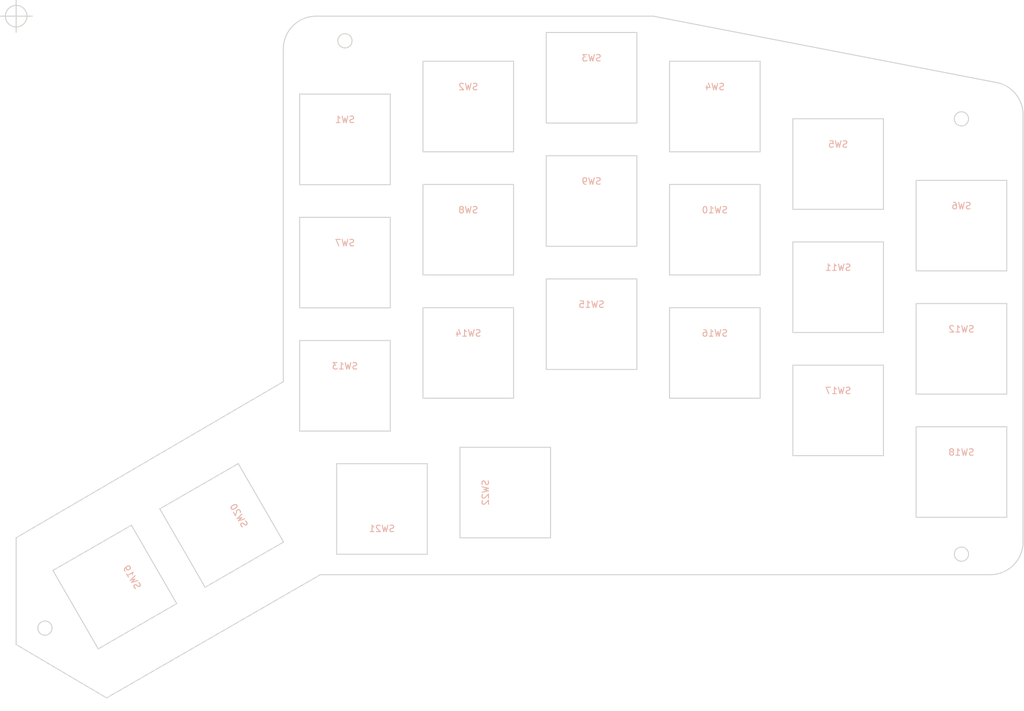
<source format=kicad_pcb>
(kicad_pcb (version 20171130) (host pcbnew 5.1.5+dfsg1-2build2)

  (general
    (thickness 1.6)
    (drawings 18)
    (tracks 0)
    (zones 0)
    (modules 23)
    (nets 1)
  )

  (page A4)
  (layers
    (0 F.Cu signal)
    (31 B.Cu signal)
    (32 B.Adhes user)
    (33 F.Adhes user)
    (34 B.Paste user)
    (35 F.Paste user)
    (36 B.SilkS user)
    (37 F.SilkS user)
    (38 B.Mask user)
    (39 F.Mask user)
    (40 Dwgs.User user)
    (41 Cmts.User user)
    (42 Eco1.User user)
    (43 Eco2.User user)
    (44 Edge.Cuts user)
    (45 Margin user)
    (46 B.CrtYd user)
    (47 F.CrtYd user)
    (48 B.Fab user)
    (49 F.Fab user)
  )

  (setup
    (last_trace_width 0.25)
    (trace_clearance 0.2)
    (zone_clearance 0.508)
    (zone_45_only no)
    (trace_min 0.2)
    (via_size 0.8)
    (via_drill 0.4)
    (via_min_size 0.4)
    (via_min_drill 0.3)
    (uvia_size 0.3)
    (uvia_drill 0.1)
    (uvias_allowed no)
    (uvia_min_size 0.2)
    (uvia_min_drill 0.1)
    (edge_width 0.15)
    (segment_width 0.2)
    (pcb_text_width 0.3)
    (pcb_text_size 1.5 1.5)
    (mod_edge_width 0.15)
    (mod_text_size 1 1)
    (mod_text_width 0.15)
    (pad_size 2 15)
    (pad_drill 1)
    (pad_to_mask_clearance 0.051)
    (solder_mask_min_width 0.25)
    (aux_axis_origin 12.065 12.065)
    (grid_origin 12.065 12.065)
    (visible_elements FFFFFFFF)
    (pcbplotparams
      (layerselection 0x01000_7ffffffe)
      (usegerberextensions true)
      (usegerberattributes false)
      (usegerberadvancedattributes false)
      (creategerberjobfile false)
      (excludeedgelayer true)
      (linewidth 0.100000)
      (plotframeref false)
      (viasonmask false)
      (mode 1)
      (useauxorigin false)
      (hpglpennumber 1)
      (hpglpenspeed 20)
      (hpglpendiameter 15.000000)
      (psnegative false)
      (psa4output false)
      (plotreference false)
      (plotvalue false)
      (plotinvisibletext false)
      (padsonsilk false)
      (subtractmaskfromsilk false)
      (outputformat 3)
      (mirror false)
      (drillshape 0)
      (scaleselection 1)
      (outputdirectory "garber"))
  )

  (net 0 "")

  (net_class Default "これはデフォルトのネット クラスです。"
    (clearance 0.2)
    (trace_width 0.25)
    (via_dia 0.8)
    (via_drill 0.4)
    (uvia_dia 0.3)
    (uvia_drill 0.1)
  )

  (net_class POWER ""
    (clearance 0.2)
    (trace_width 0.4)
    (via_dia 0.8)
    (via_drill 0.4)
    (uvia_dia 0.3)
    (uvia_drill 0.1)
  )

  (module Keyboard:Switch_Cuts (layer F.Cu) (tedit 5DEF9802) (tstamp 5F316582)
    (at 43.815 90.805 120)
    (path /5CED6B1A)
    (fp_text reference SW20 (at 0 3.048 120) (layer B.CrtYd)
      (effects (font (size 1 1) (thickness 0.15)) (justify mirror))
    )
    (fp_text value SW_PUSH (at 0 -7.9375 120) (layer Dwgs.User)
      (effects (font (size 1 1) (thickness 0.15)))
    )
    (fp_line (start -9.525 -9.525) (end 9.525 -9.525) (layer Dwgs.User) (width 0.15))
    (fp_line (start 9.525 -9.525) (end 9.525 9.525) (layer Dwgs.User) (width 0.15))
    (fp_line (start 9.525 9.525) (end -9.525 9.525) (layer Dwgs.User) (width 0.15))
    (fp_line (start -9.525 9.525) (end -9.525 -9.525) (layer Dwgs.User) (width 0.15))
    (fp_line (start -7 -7) (end -7 7) (layer Edge.Cuts) (width 0.15))
    (fp_line (start -7 7) (end 7 7) (layer Edge.Cuts) (width 0.15))
    (fp_line (start -7 -7) (end 7 -7) (layer Edge.Cuts) (width 0.15))
    (fp_line (start 7 -7) (end 7 7) (layer Edge.Cuts) (width 0.15))
    (fp_text user %R (at 0 3.048 120) (layer B.SilkS)
      (effects (font (size 1 1) (thickness 0.15)) (justify mirror))
    )
  )

  (module Keyboard:Switch_Cuts (layer F.Cu) (tedit 5DEF9802) (tstamp 5F316561)
    (at 27.305 100.33 120)
    (path /5CED66AF)
    (fp_text reference SW19 (at 0 3.048 120) (layer B.CrtYd)
      (effects (font (size 1 1) (thickness 0.15)) (justify mirror))
    )
    (fp_text value SW_PUSH (at 0 -7.9375 120) (layer Dwgs.User)
      (effects (font (size 1 1) (thickness 0.15)))
    )
    (fp_line (start -9.525 -9.525) (end 9.525 -9.525) (layer Dwgs.User) (width 0.15))
    (fp_line (start 9.525 -9.525) (end 9.525 9.525) (layer Dwgs.User) (width 0.15))
    (fp_line (start 9.525 9.525) (end -9.525 9.525) (layer Dwgs.User) (width 0.15))
    (fp_line (start -9.525 9.525) (end -9.525 -9.525) (layer Dwgs.User) (width 0.15))
    (fp_line (start -7 -7) (end -7 7) (layer Edge.Cuts) (width 0.15))
    (fp_line (start -7 7) (end 7 7) (layer Edge.Cuts) (width 0.15))
    (fp_line (start -7 -7) (end 7 -7) (layer Edge.Cuts) (width 0.15))
    (fp_line (start 7 -7) (end 7 7) (layer Edge.Cuts) (width 0.15))
    (fp_text user %R (at 0 3.048 120) (layer B.SilkS)
      (effects (font (size 1 1) (thickness 0.15)) (justify mirror))
    )
  )

  (module Keyboard:Switch_Cuts (layer F.Cu) (tedit 5DEF9802) (tstamp 5F3165C4)
    (at 87.63 85.725 270)
    (path /5CED7BF0)
    (fp_text reference SW22 (at 0 3.048 90) (layer B.CrtYd)
      (effects (font (size 1 1) (thickness 0.15)) (justify mirror))
    )
    (fp_text value SW_PUSH (at 0 -7.9375 90) (layer Dwgs.User)
      (effects (font (size 1 1) (thickness 0.15)))
    )
    (fp_line (start -9.525 -9.525) (end 9.525 -9.525) (layer Dwgs.User) (width 0.15))
    (fp_line (start 9.525 -9.525) (end 9.525 9.525) (layer Dwgs.User) (width 0.15))
    (fp_line (start 9.525 9.525) (end -9.525 9.525) (layer Dwgs.User) (width 0.15))
    (fp_line (start -9.525 9.525) (end -9.525 -9.525) (layer Dwgs.User) (width 0.15))
    (fp_line (start -7 -7) (end -7 7) (layer Edge.Cuts) (width 0.15))
    (fp_line (start -7 7) (end 7 7) (layer Edge.Cuts) (width 0.15))
    (fp_line (start -7 -7) (end 7 -7) (layer Edge.Cuts) (width 0.15))
    (fp_line (start 7 -7) (end 7 7) (layer Edge.Cuts) (width 0.15))
    (fp_text user %R (at 0 3.048 90) (layer B.SilkS)
      (effects (font (size 1 1) (thickness 0.15)) (justify mirror))
    )
  )

  (module Keyboard:Switch_Cuts (layer F.Cu) (tedit 5DEF9802) (tstamp 5F31630F)
    (at 62.865 31.115 180)
    (path /5CED6234)
    (fp_text reference SW1 (at 0 3.048) (layer B.CrtYd)
      (effects (font (size 1 1) (thickness 0.15)) (justify mirror))
    )
    (fp_text value SW_PUSH (at 0 -7.9375) (layer Dwgs.User)
      (effects (font (size 1 1) (thickness 0.15)))
    )
    (fp_line (start -9.525 -9.525) (end 9.525 -9.525) (layer Dwgs.User) (width 0.15))
    (fp_line (start 9.525 -9.525) (end 9.525 9.525) (layer Dwgs.User) (width 0.15))
    (fp_line (start 9.525 9.525) (end -9.525 9.525) (layer Dwgs.User) (width 0.15))
    (fp_line (start -9.525 9.525) (end -9.525 -9.525) (layer Dwgs.User) (width 0.15))
    (fp_line (start -7 -7) (end -7 7) (layer Edge.Cuts) (width 0.15))
    (fp_line (start -7 7) (end 7 7) (layer Edge.Cuts) (width 0.15))
    (fp_line (start -7 -7) (end 7 -7) (layer Edge.Cuts) (width 0.15))
    (fp_line (start 7 -7) (end 7 7) (layer Edge.Cuts) (width 0.15))
    (fp_text user %R (at 0 3.048) (layer B.SilkS)
      (effects (font (size 1 1) (thickness 0.15)) (justify mirror))
    )
  )

  (module Keyboard:Switch_Cuts (layer F.Cu) (tedit 5DEF9802) (tstamp 5F316330)
    (at 81.915 26.035 180)
    (path /5CED6AF0)
    (fp_text reference SW2 (at 0 3.048) (layer B.CrtYd)
      (effects (font (size 1 1) (thickness 0.15)) (justify mirror))
    )
    (fp_text value SW_PUSH (at 0 -7.9375) (layer Dwgs.User)
      (effects (font (size 1 1) (thickness 0.15)))
    )
    (fp_line (start -9.525 -9.525) (end 9.525 -9.525) (layer Dwgs.User) (width 0.15))
    (fp_line (start 9.525 -9.525) (end 9.525 9.525) (layer Dwgs.User) (width 0.15))
    (fp_line (start 9.525 9.525) (end -9.525 9.525) (layer Dwgs.User) (width 0.15))
    (fp_line (start -9.525 9.525) (end -9.525 -9.525) (layer Dwgs.User) (width 0.15))
    (fp_line (start -7 -7) (end -7 7) (layer Edge.Cuts) (width 0.15))
    (fp_line (start -7 7) (end 7 7) (layer Edge.Cuts) (width 0.15))
    (fp_line (start -7 -7) (end 7 -7) (layer Edge.Cuts) (width 0.15))
    (fp_line (start 7 -7) (end 7 7) (layer Edge.Cuts) (width 0.15))
    (fp_text user %R (at 0 3.048) (layer B.SilkS)
      (effects (font (size 1 1) (thickness 0.15)) (justify mirror))
    )
  )

  (module Keyboard:Switch_Cuts (layer F.Cu) (tedit 5DEF9802) (tstamp 5F316351)
    (at 100.965 21.59 180)
    (path /5CED70A8)
    (fp_text reference SW3 (at 0 3.048) (layer B.CrtYd)
      (effects (font (size 1 1) (thickness 0.15)) (justify mirror))
    )
    (fp_text value SW_PUSH (at 0 -7.9375) (layer Dwgs.User)
      (effects (font (size 1 1) (thickness 0.15)))
    )
    (fp_line (start -9.525 -9.525) (end 9.525 -9.525) (layer Dwgs.User) (width 0.15))
    (fp_line (start 9.525 -9.525) (end 9.525 9.525) (layer Dwgs.User) (width 0.15))
    (fp_line (start 9.525 9.525) (end -9.525 9.525) (layer Dwgs.User) (width 0.15))
    (fp_line (start -9.525 9.525) (end -9.525 -9.525) (layer Dwgs.User) (width 0.15))
    (fp_line (start -7 -7) (end -7 7) (layer Edge.Cuts) (width 0.15))
    (fp_line (start -7 7) (end 7 7) (layer Edge.Cuts) (width 0.15))
    (fp_line (start -7 -7) (end 7 -7) (layer Edge.Cuts) (width 0.15))
    (fp_line (start 7 -7) (end 7 7) (layer Edge.Cuts) (width 0.15))
    (fp_text user %R (at 0 3.048) (layer B.SilkS)
      (effects (font (size 1 1) (thickness 0.15)) (justify mirror))
    )
  )

  (module Keyboard:Switch_Cuts (layer F.Cu) (tedit 5DEF9802) (tstamp 5F316372)
    (at 120.015 26.035 180)
    (path /5CED7BC6)
    (fp_text reference SW4 (at 0 3.048) (layer B.CrtYd)
      (effects (font (size 1 1) (thickness 0.15)) (justify mirror))
    )
    (fp_text value SW_PUSH (at 0 -7.9375) (layer Dwgs.User)
      (effects (font (size 1 1) (thickness 0.15)))
    )
    (fp_line (start -9.525 -9.525) (end 9.525 -9.525) (layer Dwgs.User) (width 0.15))
    (fp_line (start 9.525 -9.525) (end 9.525 9.525) (layer Dwgs.User) (width 0.15))
    (fp_line (start 9.525 9.525) (end -9.525 9.525) (layer Dwgs.User) (width 0.15))
    (fp_line (start -9.525 9.525) (end -9.525 -9.525) (layer Dwgs.User) (width 0.15))
    (fp_line (start -7 -7) (end -7 7) (layer Edge.Cuts) (width 0.15))
    (fp_line (start -7 7) (end 7 7) (layer Edge.Cuts) (width 0.15))
    (fp_line (start -7 -7) (end 7 -7) (layer Edge.Cuts) (width 0.15))
    (fp_line (start 7 -7) (end 7 7) (layer Edge.Cuts) (width 0.15))
    (fp_text user %R (at 0 3.048) (layer B.SilkS)
      (effects (font (size 1 1) (thickness 0.15)) (justify mirror))
    )
  )

  (module Keyboard:Switch_Cuts (layer F.Cu) (tedit 5DEF9802) (tstamp 5F316393)
    (at 139.065 34.925 180)
    (path /5CED7BFE)
    (fp_text reference SW5 (at 0 3.048) (layer B.CrtYd)
      (effects (font (size 1 1) (thickness 0.15)) (justify mirror))
    )
    (fp_text value SW_PUSH (at 0 -7.9375) (layer Dwgs.User)
      (effects (font (size 1 1) (thickness 0.15)))
    )
    (fp_line (start -9.525 -9.525) (end 9.525 -9.525) (layer Dwgs.User) (width 0.15))
    (fp_line (start 9.525 -9.525) (end 9.525 9.525) (layer Dwgs.User) (width 0.15))
    (fp_line (start 9.525 9.525) (end -9.525 9.525) (layer Dwgs.User) (width 0.15))
    (fp_line (start -9.525 9.525) (end -9.525 -9.525) (layer Dwgs.User) (width 0.15))
    (fp_line (start -7 -7) (end -7 7) (layer Edge.Cuts) (width 0.15))
    (fp_line (start -7 7) (end 7 7) (layer Edge.Cuts) (width 0.15))
    (fp_line (start -7 -7) (end 7 -7) (layer Edge.Cuts) (width 0.15))
    (fp_line (start 7 -7) (end 7 7) (layer Edge.Cuts) (width 0.15))
    (fp_text user %R (at 0 3.048) (layer B.SilkS)
      (effects (font (size 1 1) (thickness 0.15)) (justify mirror))
    )
  )

  (module Keyboard:Switch_Cuts (layer F.Cu) (tedit 5DEF9802) (tstamp 5F3163B4)
    (at 158.115 44.45 180)
    (path /5CED7C36)
    (fp_text reference SW6 (at 0 3.048) (layer B.CrtYd)
      (effects (font (size 1 1) (thickness 0.15)) (justify mirror))
    )
    (fp_text value SW_PUSH (at 0 -7.9375) (layer Dwgs.User)
      (effects (font (size 1 1) (thickness 0.15)))
    )
    (fp_line (start -9.525 -9.525) (end 9.525 -9.525) (layer Dwgs.User) (width 0.15))
    (fp_line (start 9.525 -9.525) (end 9.525 9.525) (layer Dwgs.User) (width 0.15))
    (fp_line (start 9.525 9.525) (end -9.525 9.525) (layer Dwgs.User) (width 0.15))
    (fp_line (start -9.525 9.525) (end -9.525 -9.525) (layer Dwgs.User) (width 0.15))
    (fp_line (start -7 -7) (end -7 7) (layer Edge.Cuts) (width 0.15))
    (fp_line (start -7 7) (end 7 7) (layer Edge.Cuts) (width 0.15))
    (fp_line (start -7 -7) (end 7 -7) (layer Edge.Cuts) (width 0.15))
    (fp_line (start 7 -7) (end 7 7) (layer Edge.Cuts) (width 0.15))
    (fp_text user %R (at 0 3.048) (layer B.SilkS)
      (effects (font (size 1 1) (thickness 0.15)) (justify mirror))
    )
  )

  (module Keyboard:Switch_Cuts (layer F.Cu) (tedit 5DEF9802) (tstamp 5F3163D5)
    (at 62.865 50.165 180)
    (path /5CED63E7)
    (fp_text reference SW7 (at 0 3.048) (layer B.CrtYd)
      (effects (font (size 1 1) (thickness 0.15)) (justify mirror))
    )
    (fp_text value SW_PUSH (at 0 -7.9375) (layer Dwgs.User)
      (effects (font (size 1 1) (thickness 0.15)))
    )
    (fp_line (start -9.525 -9.525) (end 9.525 -9.525) (layer Dwgs.User) (width 0.15))
    (fp_line (start 9.525 -9.525) (end 9.525 9.525) (layer Dwgs.User) (width 0.15))
    (fp_line (start 9.525 9.525) (end -9.525 9.525) (layer Dwgs.User) (width 0.15))
    (fp_line (start -9.525 9.525) (end -9.525 -9.525) (layer Dwgs.User) (width 0.15))
    (fp_line (start -7 -7) (end -7 7) (layer Edge.Cuts) (width 0.15))
    (fp_line (start -7 7) (end 7 7) (layer Edge.Cuts) (width 0.15))
    (fp_line (start -7 -7) (end 7 -7) (layer Edge.Cuts) (width 0.15))
    (fp_line (start 7 -7) (end 7 7) (layer Edge.Cuts) (width 0.15))
    (fp_text user %R (at 0 3.048) (layer B.SilkS)
      (effects (font (size 1 1) (thickness 0.15)) (justify mirror))
    )
  )

  (module Keyboard:Switch_Cuts (layer F.Cu) (tedit 5DEF9802) (tstamp 5F3163F6)
    (at 81.915 45.085 180)
    (path /5CED6AFE)
    (fp_text reference SW8 (at 0 3.048) (layer B.CrtYd)
      (effects (font (size 1 1) (thickness 0.15)) (justify mirror))
    )
    (fp_text value SW_PUSH (at 0 -7.9375) (layer Dwgs.User)
      (effects (font (size 1 1) (thickness 0.15)))
    )
    (fp_line (start -9.525 -9.525) (end 9.525 -9.525) (layer Dwgs.User) (width 0.15))
    (fp_line (start 9.525 -9.525) (end 9.525 9.525) (layer Dwgs.User) (width 0.15))
    (fp_line (start 9.525 9.525) (end -9.525 9.525) (layer Dwgs.User) (width 0.15))
    (fp_line (start -9.525 9.525) (end -9.525 -9.525) (layer Dwgs.User) (width 0.15))
    (fp_line (start -7 -7) (end -7 7) (layer Edge.Cuts) (width 0.15))
    (fp_line (start -7 7) (end 7 7) (layer Edge.Cuts) (width 0.15))
    (fp_line (start -7 -7) (end 7 -7) (layer Edge.Cuts) (width 0.15))
    (fp_line (start 7 -7) (end 7 7) (layer Edge.Cuts) (width 0.15))
    (fp_text user %R (at 0 3.048) (layer B.SilkS)
      (effects (font (size 1 1) (thickness 0.15)) (justify mirror))
    )
  )

  (module Keyboard:Switch_Cuts (layer F.Cu) (tedit 5DEF9802) (tstamp 5F316417)
    (at 100.965 40.64 180)
    (path /5CED70B6)
    (fp_text reference SW9 (at 0 3.048) (layer B.CrtYd)
      (effects (font (size 1 1) (thickness 0.15)) (justify mirror))
    )
    (fp_text value SW_PUSH (at 0 -7.9375) (layer Dwgs.User)
      (effects (font (size 1 1) (thickness 0.15)))
    )
    (fp_line (start -9.525 -9.525) (end 9.525 -9.525) (layer Dwgs.User) (width 0.15))
    (fp_line (start 9.525 -9.525) (end 9.525 9.525) (layer Dwgs.User) (width 0.15))
    (fp_line (start 9.525 9.525) (end -9.525 9.525) (layer Dwgs.User) (width 0.15))
    (fp_line (start -9.525 9.525) (end -9.525 -9.525) (layer Dwgs.User) (width 0.15))
    (fp_line (start -7 -7) (end -7 7) (layer Edge.Cuts) (width 0.15))
    (fp_line (start -7 7) (end 7 7) (layer Edge.Cuts) (width 0.15))
    (fp_line (start -7 -7) (end 7 -7) (layer Edge.Cuts) (width 0.15))
    (fp_line (start 7 -7) (end 7 7) (layer Edge.Cuts) (width 0.15))
    (fp_text user %R (at 0 3.048) (layer B.SilkS)
      (effects (font (size 1 1) (thickness 0.15)) (justify mirror))
    )
  )

  (module Keyboard:Switch_Cuts (layer F.Cu) (tedit 5DEF9802) (tstamp 5F316438)
    (at 120.015 45.085 180)
    (path /5CED7BD4)
    (fp_text reference SW10 (at 0 3.048) (layer B.CrtYd)
      (effects (font (size 1 1) (thickness 0.15)) (justify mirror))
    )
    (fp_text value SW_PUSH (at 0 -7.9375) (layer Dwgs.User)
      (effects (font (size 1 1) (thickness 0.15)))
    )
    (fp_line (start -9.525 -9.525) (end 9.525 -9.525) (layer Dwgs.User) (width 0.15))
    (fp_line (start 9.525 -9.525) (end 9.525 9.525) (layer Dwgs.User) (width 0.15))
    (fp_line (start 9.525 9.525) (end -9.525 9.525) (layer Dwgs.User) (width 0.15))
    (fp_line (start -9.525 9.525) (end -9.525 -9.525) (layer Dwgs.User) (width 0.15))
    (fp_line (start -7 -7) (end -7 7) (layer Edge.Cuts) (width 0.15))
    (fp_line (start -7 7) (end 7 7) (layer Edge.Cuts) (width 0.15))
    (fp_line (start -7 -7) (end 7 -7) (layer Edge.Cuts) (width 0.15))
    (fp_line (start 7 -7) (end 7 7) (layer Edge.Cuts) (width 0.15))
    (fp_text user %R (at 0 3.048) (layer B.SilkS)
      (effects (font (size 1 1) (thickness 0.15)) (justify mirror))
    )
  )

  (module Keyboard:Switch_Cuts (layer F.Cu) (tedit 5DEF9802) (tstamp 5F316459)
    (at 139.065 53.975 180)
    (path /5CED7C0C)
    (fp_text reference SW11 (at 0 3.048) (layer B.CrtYd)
      (effects (font (size 1 1) (thickness 0.15)) (justify mirror))
    )
    (fp_text value SW_PUSH (at 0 -7.9375) (layer Dwgs.User)
      (effects (font (size 1 1) (thickness 0.15)))
    )
    (fp_line (start -9.525 -9.525) (end 9.525 -9.525) (layer Dwgs.User) (width 0.15))
    (fp_line (start 9.525 -9.525) (end 9.525 9.525) (layer Dwgs.User) (width 0.15))
    (fp_line (start 9.525 9.525) (end -9.525 9.525) (layer Dwgs.User) (width 0.15))
    (fp_line (start -9.525 9.525) (end -9.525 -9.525) (layer Dwgs.User) (width 0.15))
    (fp_line (start -7 -7) (end -7 7) (layer Edge.Cuts) (width 0.15))
    (fp_line (start -7 7) (end 7 7) (layer Edge.Cuts) (width 0.15))
    (fp_line (start -7 -7) (end 7 -7) (layer Edge.Cuts) (width 0.15))
    (fp_line (start 7 -7) (end 7 7) (layer Edge.Cuts) (width 0.15))
    (fp_text user %R (at 0 3.048) (layer B.SilkS)
      (effects (font (size 1 1) (thickness 0.15)) (justify mirror))
    )
  )

  (module Keyboard:Switch_Cuts (layer F.Cu) (tedit 5DEF9802) (tstamp 5F31647A)
    (at 158.115 63.5 180)
    (path /5CED7C44)
    (fp_text reference SW12 (at 0 3.048) (layer B.CrtYd)
      (effects (font (size 1 1) (thickness 0.15)) (justify mirror))
    )
    (fp_text value SW_PUSH (at 0 -7.9375) (layer Dwgs.User)
      (effects (font (size 1 1) (thickness 0.15)))
    )
    (fp_line (start -9.525 -9.525) (end 9.525 -9.525) (layer Dwgs.User) (width 0.15))
    (fp_line (start 9.525 -9.525) (end 9.525 9.525) (layer Dwgs.User) (width 0.15))
    (fp_line (start 9.525 9.525) (end -9.525 9.525) (layer Dwgs.User) (width 0.15))
    (fp_line (start -9.525 9.525) (end -9.525 -9.525) (layer Dwgs.User) (width 0.15))
    (fp_line (start -7 -7) (end -7 7) (layer Edge.Cuts) (width 0.15))
    (fp_line (start -7 7) (end 7 7) (layer Edge.Cuts) (width 0.15))
    (fp_line (start -7 -7) (end 7 -7) (layer Edge.Cuts) (width 0.15))
    (fp_line (start 7 -7) (end 7 7) (layer Edge.Cuts) (width 0.15))
    (fp_text user %R (at 0 3.048) (layer B.SilkS)
      (effects (font (size 1 1) (thickness 0.15)) (justify mirror))
    )
  )

  (module Keyboard:Switch_Cuts (layer F.Cu) (tedit 5DEF9802) (tstamp 5F31649B)
    (at 62.865 69.215 180)
    (path /5CED6479)
    (fp_text reference SW13 (at 0 3.048) (layer B.CrtYd)
      (effects (font (size 1 1) (thickness 0.15)) (justify mirror))
    )
    (fp_text value SW_PUSH (at 0 -7.9375) (layer Dwgs.User)
      (effects (font (size 1 1) (thickness 0.15)))
    )
    (fp_line (start -9.525 -9.525) (end 9.525 -9.525) (layer Dwgs.User) (width 0.15))
    (fp_line (start 9.525 -9.525) (end 9.525 9.525) (layer Dwgs.User) (width 0.15))
    (fp_line (start 9.525 9.525) (end -9.525 9.525) (layer Dwgs.User) (width 0.15))
    (fp_line (start -9.525 9.525) (end -9.525 -9.525) (layer Dwgs.User) (width 0.15))
    (fp_line (start -7 -7) (end -7 7) (layer Edge.Cuts) (width 0.15))
    (fp_line (start -7 7) (end 7 7) (layer Edge.Cuts) (width 0.15))
    (fp_line (start -7 -7) (end 7 -7) (layer Edge.Cuts) (width 0.15))
    (fp_line (start 7 -7) (end 7 7) (layer Edge.Cuts) (width 0.15))
    (fp_text user %R (at 0 3.048) (layer B.SilkS)
      (effects (font (size 1 1) (thickness 0.15)) (justify mirror))
    )
  )

  (module Keyboard:Switch_Cuts (layer F.Cu) (tedit 5DEF9802) (tstamp 5F3164BC)
    (at 81.915 64.135 180)
    (path /5CED6B0C)
    (fp_text reference SW14 (at 0 3.048) (layer B.CrtYd)
      (effects (font (size 1 1) (thickness 0.15)) (justify mirror))
    )
    (fp_text value SW_PUSH (at 0 -7.9375) (layer Dwgs.User)
      (effects (font (size 1 1) (thickness 0.15)))
    )
    (fp_line (start -9.525 -9.525) (end 9.525 -9.525) (layer Dwgs.User) (width 0.15))
    (fp_line (start 9.525 -9.525) (end 9.525 9.525) (layer Dwgs.User) (width 0.15))
    (fp_line (start 9.525 9.525) (end -9.525 9.525) (layer Dwgs.User) (width 0.15))
    (fp_line (start -9.525 9.525) (end -9.525 -9.525) (layer Dwgs.User) (width 0.15))
    (fp_line (start -7 -7) (end -7 7) (layer Edge.Cuts) (width 0.15))
    (fp_line (start -7 7) (end 7 7) (layer Edge.Cuts) (width 0.15))
    (fp_line (start -7 -7) (end 7 -7) (layer Edge.Cuts) (width 0.15))
    (fp_line (start 7 -7) (end 7 7) (layer Edge.Cuts) (width 0.15))
    (fp_text user %R (at 0 3.048) (layer B.SilkS)
      (effects (font (size 1 1) (thickness 0.15)) (justify mirror))
    )
  )

  (module Keyboard:Switch_Cuts (layer F.Cu) (tedit 5DEF9802) (tstamp 5F3164DD)
    (at 100.965 59.69 180)
    (path /5CED70C4)
    (fp_text reference SW15 (at 0 3.048) (layer B.CrtYd)
      (effects (font (size 1 1) (thickness 0.15)) (justify mirror))
    )
    (fp_text value SW_PUSH (at 0 -7.9375) (layer Dwgs.User)
      (effects (font (size 1 1) (thickness 0.15)))
    )
    (fp_line (start -9.525 -9.525) (end 9.525 -9.525) (layer Dwgs.User) (width 0.15))
    (fp_line (start 9.525 -9.525) (end 9.525 9.525) (layer Dwgs.User) (width 0.15))
    (fp_line (start 9.525 9.525) (end -9.525 9.525) (layer Dwgs.User) (width 0.15))
    (fp_line (start -9.525 9.525) (end -9.525 -9.525) (layer Dwgs.User) (width 0.15))
    (fp_line (start -7 -7) (end -7 7) (layer Edge.Cuts) (width 0.15))
    (fp_line (start -7 7) (end 7 7) (layer Edge.Cuts) (width 0.15))
    (fp_line (start -7 -7) (end 7 -7) (layer Edge.Cuts) (width 0.15))
    (fp_line (start 7 -7) (end 7 7) (layer Edge.Cuts) (width 0.15))
    (fp_text user %R (at 0 3.048) (layer B.SilkS)
      (effects (font (size 1 1) (thickness 0.15)) (justify mirror))
    )
  )

  (module Keyboard:Switch_Cuts (layer F.Cu) (tedit 5DEF9802) (tstamp 5F3164FE)
    (at 120.015 64.135 180)
    (path /5CED7BE2)
    (fp_text reference SW16 (at 0 3.048) (layer B.CrtYd)
      (effects (font (size 1 1) (thickness 0.15)) (justify mirror))
    )
    (fp_text value SW_PUSH (at 0 -7.9375) (layer Dwgs.User)
      (effects (font (size 1 1) (thickness 0.15)))
    )
    (fp_line (start -9.525 -9.525) (end 9.525 -9.525) (layer Dwgs.User) (width 0.15))
    (fp_line (start 9.525 -9.525) (end 9.525 9.525) (layer Dwgs.User) (width 0.15))
    (fp_line (start 9.525 9.525) (end -9.525 9.525) (layer Dwgs.User) (width 0.15))
    (fp_line (start -9.525 9.525) (end -9.525 -9.525) (layer Dwgs.User) (width 0.15))
    (fp_line (start -7 -7) (end -7 7) (layer Edge.Cuts) (width 0.15))
    (fp_line (start -7 7) (end 7 7) (layer Edge.Cuts) (width 0.15))
    (fp_line (start -7 -7) (end 7 -7) (layer Edge.Cuts) (width 0.15))
    (fp_line (start 7 -7) (end 7 7) (layer Edge.Cuts) (width 0.15))
    (fp_text user %R (at 0 3.048) (layer B.SilkS)
      (effects (font (size 1 1) (thickness 0.15)) (justify mirror))
    )
  )

  (module Keyboard:Switch_Cuts (layer F.Cu) (tedit 5DEF9802) (tstamp 5F31651F)
    (at 139.065 73.025 180)
    (path /5CED7C1A)
    (fp_text reference SW17 (at 0 3.048) (layer B.CrtYd)
      (effects (font (size 1 1) (thickness 0.15)) (justify mirror))
    )
    (fp_text value SW_PUSH (at 0 -7.9375) (layer Dwgs.User)
      (effects (font (size 1 1) (thickness 0.15)))
    )
    (fp_line (start -9.525 -9.525) (end 9.525 -9.525) (layer Dwgs.User) (width 0.15))
    (fp_line (start 9.525 -9.525) (end 9.525 9.525) (layer Dwgs.User) (width 0.15))
    (fp_line (start 9.525 9.525) (end -9.525 9.525) (layer Dwgs.User) (width 0.15))
    (fp_line (start -9.525 9.525) (end -9.525 -9.525) (layer Dwgs.User) (width 0.15))
    (fp_line (start -7 -7) (end -7 7) (layer Edge.Cuts) (width 0.15))
    (fp_line (start -7 7) (end 7 7) (layer Edge.Cuts) (width 0.15))
    (fp_line (start -7 -7) (end 7 -7) (layer Edge.Cuts) (width 0.15))
    (fp_line (start 7 -7) (end 7 7) (layer Edge.Cuts) (width 0.15))
    (fp_text user %R (at 0 3.048) (layer B.SilkS)
      (effects (font (size 1 1) (thickness 0.15)) (justify mirror))
    )
  )

  (module Keyboard:Switch_Cuts (layer F.Cu) (tedit 5DEF9802) (tstamp 5F316540)
    (at 158.115 82.55 180)
    (path /5CED7C52)
    (fp_text reference SW18 (at 0 3.048) (layer B.CrtYd)
      (effects (font (size 1 1) (thickness 0.15)) (justify mirror))
    )
    (fp_text value SW_PUSH (at 0 -7.9375) (layer Dwgs.User)
      (effects (font (size 1 1) (thickness 0.15)))
    )
    (fp_line (start -9.525 -9.525) (end 9.525 -9.525) (layer Dwgs.User) (width 0.15))
    (fp_line (start 9.525 -9.525) (end 9.525 9.525) (layer Dwgs.User) (width 0.15))
    (fp_line (start 9.525 9.525) (end -9.525 9.525) (layer Dwgs.User) (width 0.15))
    (fp_line (start -9.525 9.525) (end -9.525 -9.525) (layer Dwgs.User) (width 0.15))
    (fp_line (start -7 -7) (end -7 7) (layer Edge.Cuts) (width 0.15))
    (fp_line (start -7 7) (end 7 7) (layer Edge.Cuts) (width 0.15))
    (fp_line (start -7 -7) (end 7 -7) (layer Edge.Cuts) (width 0.15))
    (fp_line (start 7 -7) (end 7 7) (layer Edge.Cuts) (width 0.15))
    (fp_text user %R (at 0 3.048) (layer B.SilkS)
      (effects (font (size 1 1) (thickness 0.15)) (justify mirror))
    )
  )

  (module Keyboard:Switch_Cuts (layer F.Cu) (tedit 5DEF9802) (tstamp 5F3165A3)
    (at 68.58 88.265)
    (path /5CED70D2)
    (fp_text reference SW21 (at 0 3.048) (layer B.CrtYd)
      (effects (font (size 1 1) (thickness 0.15)) (justify mirror))
    )
    (fp_text value SW_PUSH (at 0 -7.9375) (layer Dwgs.User)
      (effects (font (size 1 1) (thickness 0.15)))
    )
    (fp_line (start -9.525 -9.525) (end 9.525 -9.525) (layer Dwgs.User) (width 0.15))
    (fp_line (start 9.525 -9.525) (end 9.525 9.525) (layer Dwgs.User) (width 0.15))
    (fp_line (start 9.525 9.525) (end -9.525 9.525) (layer Dwgs.User) (width 0.15))
    (fp_line (start -9.525 9.525) (end -9.525 -9.525) (layer Dwgs.User) (width 0.15))
    (fp_line (start -7 -7) (end -7 7) (layer Edge.Cuts) (width 0.15))
    (fp_line (start -7 7) (end 7 7) (layer Edge.Cuts) (width 0.15))
    (fp_line (start -7 -7) (end 7 -7) (layer Edge.Cuts) (width 0.15))
    (fp_line (start 7 -7) (end 7 7) (layer Edge.Cuts) (width 0.15))
    (fp_text user %R (at 0 3.048) (layer B.SilkS)
      (effects (font (size 1 1) (thickness 0.15)) (justify mirror))
    )
  )

  (module "" (layer F.Cu) (tedit 0) (tstamp 0)
    (at 18.415 34.29)
    (fp_text reference "" (at 58.674 45.085) (layer F.SilkS)
      (effects (font (size 1.27 1.27) (thickness 0.15)))
    )
    (fp_text value "" (at 58.674 45.085) (layer F.SilkS)
      (effects (font (size 1.27 1.27) (thickness 0.15)))
    )
  )

  (gr_circle (center 158.115 27.94) (end 159.215 27.94) (layer Edge.Cuts) (width 0.15) (tstamp 5F36654F))
  (gr_circle (center 158.115 95.25) (end 159.215 95.25) (layer Edge.Cuts) (width 0.15) (tstamp 5F36654F))
  (gr_circle (center 16.51 106.68) (end 17.61 106.68) (layer Edge.Cuts) (width 0.15) (tstamp 5F36654F))
  (gr_circle (center 62.865 15.875) (end 63.965 15.875) (layer Edge.Cuts) (width 0.15) (tstamp 5F36653C))
  (gr_line (start 53.34 68.58) (end 53.34 17.145) (layer Edge.Cuts) (width 0.15))
  (gr_line (start 12.065 92.71) (end 53.34 68.58) (layer Edge.Cuts) (width 0.15))
  (gr_arc (start 58.42 17.145) (end 58.42 12.065) (angle -90) (layer Edge.Cuts) (width 0.15) (tstamp 5F3070BD))
  (target plus (at 12.065 12.065) (size 5) (width 0.15) (layer Edge.Cuts))
  (gr_line (start 26.035 117.475) (end 12.065 109.22) (layer Edge.Cuts) (width 0.15) (tstamp 5D2E91DF))
  (dimension 155.575 (width 0.3) (layer F.CrtYd)
    (gr_text "155.575 mm" (at 89.8525 120.845081) (layer F.CrtYd)
      (effects (font (size 1.5 1.5) (thickness 0.3)))
    )
    (feature1 (pts (xy 167.64 93.345) (xy 167.64 119.331502)))
    (feature2 (pts (xy 12.065 93.345) (xy 12.065 119.331502)))
    (crossbar (pts (xy 12.065 118.745081) (xy 167.64 118.745081)))
    (arrow1a (pts (xy 167.64 118.745081) (xy 166.513496 119.331502)))
    (arrow1b (pts (xy 167.64 118.745081) (xy 166.513496 118.15866)))
    (arrow2a (pts (xy 12.065 118.745081) (xy 13.191504 119.331502)))
    (arrow2b (pts (xy 12.065 118.745081) (xy 13.191504 118.15866)))
  )
  (gr_arc (start 162.56 27.305) (end 167.64 27.305) (angle -75.85889081) (layer Edge.Cuts) (width 0.15))
  (gr_arc (start 162.56 93.345) (end 162.56 98.425) (angle -90) (layer Edge.Cuts) (width 0.15))
  (gr_line (start 12.065 109.22) (end 12.065 92.71) (layer Edge.Cuts) (width 0.15))
  (gr_line (start 59.055 98.425) (end 26.035 117.475) (layer Edge.Cuts) (width 0.15))
  (gr_line (start 162.56 98.425) (end 59.055 98.425) (layer Edge.Cuts) (width 0.15))
  (gr_line (start 167.64 27.305) (end 167.64 93.345) (layer Edge.Cuts) (width 0.15))
  (gr_line (start 110.49 12.065) (end 163.801099 22.378939) (layer Edge.Cuts) (width 0.15))
  (gr_line (start 58.42 12.065) (end 110.49 12.065) (layer Edge.Cuts) (width 0.15))

)

</source>
